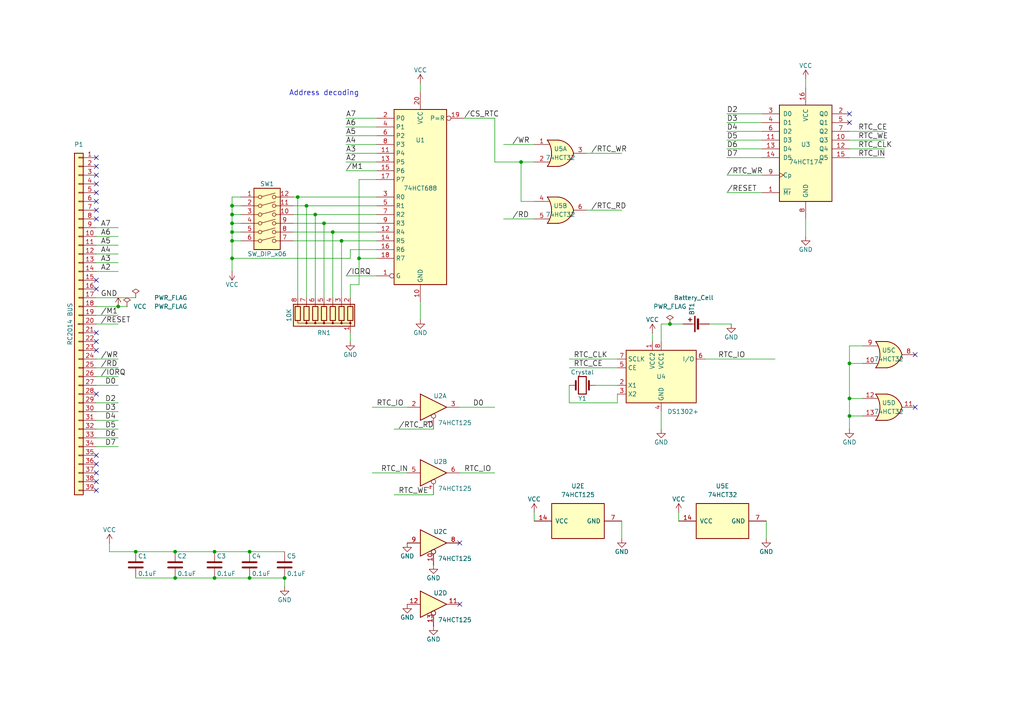
<source format=kicad_sch>
(kicad_sch (version 20231120) (generator "eeschema") (generator_version "8.0")
  (paper "A4")
  (title_block (title "RC2014 DS1302 RTC") (date "2022-10-18") (rev "2") (company "Ed Brindley"))
  (lib_symbols
    (symbol "74xx:74LS125" (pin_names (offset 1.016))
      (property "Reference" "U" (at 0 1.27 0))
      (property "Value" "74LS125" (at 0 -1.27 0))
      (symbol "74LS125_1_0"
        (polyline (pts (xy -3.81 3.81) (xy -3.81 -3.81) (xy 3.81 0) (xy -3.81 3.81)) (stroke (width 0.254)) (fill (type background)))
        (pin input inverted (at 0 -6.35 90) (length 4.445) (name "~") (number "1"))
        (pin input line (at -7.62 0 0) (length 3.81) (name "~") (number "2"))
        (pin tri_state line (at 7.62 0 180) (length 3.81) (name "~") (number "3"))
      )
      (symbol "74LS125_2_0"
        (polyline (pts (xy -3.81 3.81) (xy -3.81 -3.81) (xy 3.81 0) (xy -3.81 3.81)) (stroke (width 0.254)) (fill (type background)))
        (pin input inverted (at 0 -6.35 90) (length 4.445) (name "~") (number "4"))
        (pin input line (at -7.62 0 0) (length 3.81) (name "~") (number "5"))
        (pin tri_state line (at 7.62 0 180) (length 3.81) (name "~") (number "6"))
      )
      (symbol "74LS125_3_0"
        (polyline (pts (xy -3.81 3.81) (xy -3.81 -3.81) (xy 3.81 0) (xy -3.81 3.81)) (stroke (width 0.254)) (fill (type background)))
        (pin input inverted (at 0 -6.35 90) (length 4.445) (name "~") (number "10"))
        (pin tri_state line (at 7.62 0 180) (length 3.81) (name "~") (number "8"))
        (pin input line (at -7.62 0 0) (length 3.81) (name "~") (number "9"))
      )
      (symbol "74LS125_4_0"
        (polyline (pts (xy -3.81 3.81) (xy -3.81 -3.81) (xy 3.81 0) (xy -3.81 3.81)) (stroke (width 0.254)) (fill (type background)))
        (pin tri_state line (at 7.62 0 180) (length 3.81) (name "~") (number "11"))
        (pin input line (at -7.62 0 0) (length 3.81) (name "~") (number "12"))
        (pin input inverted (at 0 -6.35 90) (length 4.445) (name "~") (number "13"))
      )
      (symbol "74LS125_5_0"
        (pin power_in line (at 0 12.7 270) (length 5.08) (name "VCC") (number "14"))
        (pin power_in line (at 0 -12.7 90) (length 5.08) (name "GND") (number "7"))
      )
      (symbol "74LS125_5_1"
        (rectangle (start -5.08 7.62) (end 5.08 -7.62) (stroke (width 0.254)) (fill (type background)))
      )
    )
    (symbol "74xx:74LS174" (pin_names (offset 1.016))
      (property "Reference" "U" (at -7.62 13.97 0))
      (property "Value" "74LS174" (at -7.62 -16.51 0))
      (symbol "74LS174_1_0"
        (pin input line (at -12.7 -12.7 0) (length 5.08) (name "~{Mr}") (number "1"))
        (pin output line (at 12.7 2.54 180) (length 5.08) (name "Q3") (number "10"))
        (pin input line (at -12.7 2.54 0) (length 5.08) (name "D3") (number "11"))
        (pin output line (at 12.7 0 180) (length 5.08) (name "Q4") (number "12"))
        (pin input line (at -12.7 0 0) (length 5.08) (name "D4") (number "13"))
        (pin input line (at -12.7 -2.54 0) (length 5.08) (name "D5") (number "14"))
        (pin output line (at 12.7 -2.54 180) (length 5.08) (name "Q5") (number "15"))
        (pin power_in line (at 0 17.78 270) (length 5.08) (name "VCC") (number "16"))
        (pin output line (at 12.7 10.16 180) (length 5.08) (name "Q0") (number "2"))
        (pin input line (at -12.7 10.16 0) (length 5.08) (name "D0") (number "3"))
        (pin input line (at -12.7 7.62 0) (length 5.08) (name "D1") (number "4"))
        (pin output line (at 12.7 7.62 180) (length 5.08) (name "Q1") (number "5"))
        (pin input line (at -12.7 5.08 0) (length 5.08) (name "D2") (number "6"))
        (pin output line (at 12.7 5.08 180) (length 5.08) (name "Q2") (number "7"))
        (pin power_in line (at 0 -20.32 90) (length 5.08) (name "GND") (number "8"))
        (pin input clock (at -12.7 -7.62 0) (length 5.08) (name "Cp") (number "9"))
      )
      (symbol "74LS174_1_1"
        (rectangle (start -7.62 12.7) (end 7.62 -15.24) (stroke (width 0.254)) (fill (type background)))
      )
    )
    (symbol "74xx:74LS32" (pin_names (offset 1.016))
      (property "Reference" "U" (at 0 1.27 0))
      (property "Value" "74LS32" (at 0 -1.27 0))
      (symbol "74LS32_1_1"
        (arc (start -3.81 -3.81) (mid -2.589 0) (end -3.81 3.81) (stroke (width 0.254)))
        (arc (start -0.6096 -3.81) (mid 2.1842 -2.5851) (end 3.81 0) (stroke (width 0.254)) (fill (type background)))
        (polyline (pts (xy -3.81 -3.81) (xy -0.635 -3.81)) (stroke (width 0.254)) (fill (type background)))
        (polyline (pts (xy -3.81 3.81) (xy -0.635 3.81)) (stroke (width 0.254)) (fill (type background)))
        (polyline (pts (xy -0.635 3.81) (xy -3.81 3.81) (xy -3.81 3.81) (xy -3.556 3.4036) (xy -3.0226 2.2606) (xy -2.6924 1.0414) (xy -2.6162 -0.254) (xy -2.7686 -1.4986) (xy -3.175 -2.7178) (xy -3.81 -3.81) (xy -3.81 -3.81) (xy -0.635 -3.81)) (stroke (width -25.4)) (fill (type background)))
        (arc (start 3.81 0) (mid 2.1915 2.5936) (end -0.6096 3.81) (stroke (width 0.254)) (fill (type background)))
        (pin input line (at -7.62 2.54 0) (length 4.318) (name "~") (number "1"))
        (pin input line (at -7.62 -2.54 0) (length 4.318) (name "~") (number "2"))
        (pin output line (at 7.62 0 180) (length 3.81) (name "~") (number "3"))
      )
      (symbol "74LS32_1_2"
        (arc (start 0 -3.81) (mid 3.7934 0) (end 0 3.81) (stroke (width 0.254)) (fill (type background)))
        (polyline (pts (xy 0 3.81) (xy -3.81 3.81) (xy -3.81 -3.81) (xy 0 -3.81)) (stroke (width 0.254)) (fill (type background)))
        (pin input inverted (at -7.62 2.54 0) (length 3.81) (name "~") (number "1"))
        (pin input inverted (at -7.62 -2.54 0) (length 3.81) (name "~") (number "2"))
        (pin output inverted (at 7.62 0 180) (length 3.81) (name "~") (number "3"))
      )
      (symbol "74LS32_2_1"
        (arc (start -3.81 -3.81) (mid -2.589 0) (end -3.81 3.81) (stroke (width 0.254)))
        (arc (start -0.6096 -3.81) (mid 2.1842 -2.5851) (end 3.81 0) (stroke (width 0.254)) (fill (type background)))
        (polyline (pts (xy -3.81 -3.81) (xy -0.635 -3.81)) (stroke (width 0.254)) (fill (type background)))
        (polyline (pts (xy -3.81 3.81) (xy -0.635 3.81)) (stroke (width 0.254)) (fill (type background)))
        (polyline (pts (xy -0.635 3.81) (xy -3.81 3.81) (xy -3.81 3.81) (xy -3.556 3.4036) (xy -3.0226 2.2606) (xy -2.6924 1.0414) (xy -2.6162 -0.254) (xy -2.7686 -1.4986) (xy -3.175 -2.7178) (xy -3.81 -3.81) (xy -3.81 -3.81) (xy -0.635 -3.81)) (stroke (width -25.4)) (fill (type background)))
        (arc (start 3.81 0) (mid 2.1915 2.5936) (end -0.6096 3.81) (stroke (width 0.254)) (fill (type background)))
        (pin input line (at -7.62 2.54 0) (length 4.318) (name "~") (number "4"))
        (pin input line (at -7.62 -2.54 0) (length 4.318) (name "~") (number "5"))
        (pin output line (at 7.62 0 180) (length 3.81) (name "~") (number "6"))
      )
      (symbol "74LS32_2_2"
        (arc (start 0 -3.81) (mid 3.7934 0) (end 0 3.81) (stroke (width 0.254)) (fill (type background)))
        (polyline (pts (xy 0 3.81) (xy -3.81 3.81) (xy -3.81 -3.81) (xy 0 -3.81)) (stroke (width 0.254)) (fill (type background)))
        (pin input inverted (at -7.62 2.54 0) (length 3.81) (name "~") (number "4"))
        (pin input inverted (at -7.62 -2.54 0) (length 3.81) (name "~") (number "5"))
        (pin output inverted (at 7.62 0 180) (length 3.81) (name "~") (number "6"))
      )
      (symbol "74LS32_3_1"
        (arc (start -3.81 -3.81) (mid -2.589 0) (end -3.81 3.81) (stroke (width 0.254)))
        (arc (start -0.6096 -3.81) (mid 2.1842 -2.5851) (end 3.81 0) (stroke (width 0.254)) (fill (type background)))
        (polyline (pts (xy -3.81 -3.81) (xy -0.635 -3.81)) (stroke (width 0.254)) (fill (type background)))
        (polyline (pts (xy -3.81 3.81) (xy -0.635 3.81)) (stroke (width 0.254)) (fill (type background)))
        (polyline (pts (xy -0.635 3.81) (xy -3.81 3.81) (xy -3.81 3.81) (xy -3.556 3.4036) (xy -3.0226 2.2606) (xy -2.6924 1.0414) (xy -2.6162 -0.254) (xy -2.7686 -1.4986) (xy -3.175 -2.7178) (xy -3.81 -3.81) (xy -3.81 -3.81) (xy -0.635 -3.81)) (stroke (width -25.4)) (fill (type background)))
        (arc (start 3.81 0) (mid 2.1915 2.5936) (end -0.6096 3.81) (stroke (width 0.254)) (fill (type background)))
        (pin input line (at -7.62 -2.54 0) (length 4.318) (name "~") (number "10"))
        (pin output line (at 7.62 0 180) (length 3.81) (name "~") (number "8"))
        (pin input line (at -7.62 2.54 0) (length 4.318) (name "~") (number "9"))
      )
      (symbol "74LS32_3_2"
        (arc (start 0 -3.81) (mid 3.7934 0) (end 0 3.81) (stroke (width 0.254)) (fill (type background)))
        (polyline (pts (xy 0 3.81) (xy -3.81 3.81) (xy -3.81 -3.81) (xy 0 -3.81)) (stroke (width 0.254)) (fill (type background)))
        (pin input inverted (at -7.62 -2.54 0) (length 3.81) (name "~") (number "10"))
        (pin output inverted (at 7.62 0 180) (length 3.81) (name "~") (number "8"))
        (pin input inverted (at -7.62 2.54 0) (length 3.81) (name "~") (number "9"))
      )
      (symbol "74LS32_4_1"
        (arc (start -3.81 -3.81) (mid -2.589 0) (end -3.81 3.81) (stroke (width 0.254)))
        (arc (start -0.6096 -3.81) (mid 2.1842 -2.5851) (end 3.81 0) (stroke (width 0.254)) (fill (type background)))
        (polyline (pts (xy -3.81 -3.81) (xy -0.635 -3.81)) (stroke (width 0.254)) (fill (type background)))
        (polyline (pts (xy -3.81 3.81) (xy -0.635 3.81)) (stroke (width 0.254)) (fill (type background)))
        (polyline (pts (xy -0.635 3.81) (xy -3.81 3.81) (xy -3.81 3.81) (xy -3.556 3.4036) (xy -3.0226 2.2606) (xy -2.6924 1.0414) (xy -2.6162 -0.254) (xy -2.7686 -1.4986) (xy -3.175 -2.7178) (xy -3.81 -3.81) (xy -3.81 -3.81) (xy -0.635 -3.81)) (stroke (width -25.4)) (fill (type background)))
        (arc (start 3.81 0) (mid 2.1915 2.5936) (end -0.6096 3.81) (stroke (width 0.254)) (fill (type background)))
        (pin output line (at 7.62 0 180) (length 3.81) (name "~") (number "11"))
        (pin input line (at -7.62 2.54 0) (length 4.318) (name "~") (number "12"))
        (pin input line (at -7.62 -2.54 0) (length 4.318) (name "~") (number "13"))
      )
      (symbol "74LS32_4_2"
        (arc (start 0 -3.81) (mid 3.7934 0) (end 0 3.81) (stroke (width 0.254)) (fill (type background)))
        (polyline (pts (xy 0 3.81) (xy -3.81 3.81) (xy -3.81 -3.81) (xy 0 -3.81)) (stroke (width 0.254)) (fill (type background)))
        (pin output inverted (at 7.62 0 180) (length 3.81) (name "~") (number "11"))
        (pin input inverted (at -7.62 2.54 0) (length 3.81) (name "~") (number "12"))
        (pin input inverted (at -7.62 -2.54 0) (length 3.81) (name "~") (number "13"))
      )
      (symbol "74LS32_5_0"
        (pin power_in line (at 0 12.7 270) (length 5.08) (name "VCC") (number "14"))
        (pin power_in line (at 0 -12.7 90) (length 5.08) (name "GND") (number "7"))
      )
      (symbol "74LS32_5_1"
        (rectangle (start -5.08 7.62) (end 5.08 -7.62) (stroke (width 0.254)) (fill (type background)))
      )
    )
    (symbol "74xx:74LS688"
      (property "Reference" "U" (at -7.62 26.67 0))
      (property "Value" "74LS688" (at -7.62 -26.67 0))
      (symbol "74LS688_1_0"
        (pin input inverted (at -12.7 -22.86 0) (length 5.08) (name "G") (number "1"))
        (pin power_in line (at 0 -30.48 90) (length 5.08) (name "GND") (number "10"))
        (pin input line (at -12.7 12.7 0) (length 5.08) (name "P4") (number "11"))
        (pin input line (at -12.7 -10.16 0) (length 5.08) (name "R4") (number "12"))
        (pin input line (at -12.7 10.16 0) (length 5.08) (name "P5") (number "13"))
        (pin input line (at -12.7 -12.7 0) (length 5.08) (name "R5") (number "14"))
        (pin input line (at -12.7 7.62 0) (length 5.08) (name "P6") (number "15"))
        (pin input line (at -12.7 -15.24 0) (length 5.08) (name "R6") (number "16"))
        (pin input line (at -12.7 5.08 0) (length 5.08) (name "P7") (number "17"))
        (pin input line (at -12.7 -17.78 0) (length 5.08) (name "R7") (number "18"))
        (pin output inverted (at 12.7 22.86 180) (length 5.08) (name "P=R") (number "19"))
        (pin input line (at -12.7 22.86 0) (length 5.08) (name "P0") (number "2"))
        (pin power_in line (at 0 30.48 270) (length 5.08) (name "VCC") (number "20"))
        (pin input line (at -12.7 0 0) (length 5.08) (name "R0") (number "3"))
        (pin input line (at -12.7 20.32 0) (length 5.08) (name "P1") (number "4"))
        (pin input line (at -12.7 -2.54 0) (length 5.08) (name "R1") (number "5"))
        (pin input line (at -12.7 17.78 0) (length 5.08) (name "P2") (number "6"))
        (pin input line (at -12.7 -5.08 0) (length 5.08) (name "R2") (number "7"))
        (pin input line (at -12.7 15.24 0) (length 5.08) (name "P3") (number "8"))
        (pin input line (at -12.7 -7.62 0) (length 5.08) (name "R3") (number "9"))
      )
      (symbol "74LS688_1_1"
        (rectangle (start -7.62 25.4) (end 7.62 -25.4) (stroke (width 0.254)) (fill (type background)))
      )
    )
    (symbol "Connector_Generic:Conn_01x39" (pin_names (offset 1.016) hide)
      (property "Reference" "J" (at 0 50.8 0))
      (property "Value" "Conn_01x39" (at 0 -50.8 0))
      (symbol "Conn_01x39_1_1"
        (rectangle (start -1.27 -48.133) (end 0 -48.387) (stroke (width 0.1524)))
        (rectangle (start -1.27 -45.593) (end 0 -45.847) (stroke (width 0.1524)))
        (rectangle (start -1.27 -43.053) (end 0 -43.307) (stroke (width 0.1524)))
        (rectangle (start -1.27 -40.513) (end 0 -40.767) (stroke (width 0.1524)))
        (rectangle (start -1.27 -37.973) (end 0 -38.227) (stroke (width 0.1524)))
        (rectangle (start -1.27 -35.433) (end 0 -35.687) (stroke (width 0.1524)))
        (rectangle (start -1.27 -32.893) (end 0 -33.147) (stroke (width 0.1524)))
        (rectangle (start -1.27 -30.353) (end 0 -30.607) (stroke (width 0.1524)))
        (rectangle (start -1.27 -27.813) (end 0 -28.067) (stroke (width 0.1524)))
        (rectangle (start -1.27 -25.273) (end 0 -25.527) (stroke (width 0.1524)))
        (rectangle (start -1.27 -22.733) (end 0 -22.987) (stroke (width 0.1524)))
        (rectangle (start -1.27 -20.193) (end 0 -20.447) (stroke (width 0.1524)))
        (rectangle (start -1.27 -17.653) (end 0 -17.907) (stroke (width 0.1524)))
        (rectangle (start -1.27 -15.113) (end 0 -15.367) (stroke (width 0.1524)))
        (rectangle (start -1.27 -12.573) (end 0 -12.827) (stroke (width 0.1524)))
        (rectangle (start -1.27 -10.033) (end 0 -10.287) (stroke (width 0.1524)))
        (rectangle (start -1.27 -7.493) (end 0 -7.747) (stroke (width 0.1524)))
        (rectangle (start -1.27 -4.953) (end 0 -5.207) (stroke (width 0.1524)))
        (rectangle (start -1.27 -2.413) (end 0 -2.667) (stroke (width 0.1524)))
        (rectangle (start -1.27 0.127) (end 0 -0.127) (stroke (width 0.1524)))
        (rectangle (start -1.27 2.667) (end 0 2.413) (stroke (width 0.1524)))
        (rectangle (start -1.27 5.207) (end 0 4.953) (stroke (width 0.1524)))
        (rectangle (start -1.27 7.747) (end 0 7.493) (stroke (width 0.1524)))
        (rectangle (start -1.27 10.287) (end 0 10.033) (stroke (width 0.1524)))
        (rectangle (start -1.27 12.827) (end 0 12.573) (stroke (width 0.1524)))
        (rectangle (start -1.27 15.367) (end 0 15.113) (stroke (width 0.1524)))
        (rectangle (start -1.27 17.907) (end 0 17.653) (stroke (width 0.1524)))
        (rectangle (start -1.27 20.447) (end 0 20.193) (stroke (width 0.1524)))
        (rectangle (start -1.27 22.987) (end 0 22.733) (stroke (width 0.1524)))
        (rectangle (start -1.27 25.527) (end 0 25.273) (stroke (width 0.1524)))
        (rectangle (start -1.27 28.067) (end 0 27.813) (stroke (width 0.1524)))
        (rectangle (start -1.27 30.607) (end 0 30.353) (stroke (width 0.1524)))
        (rectangle (start -1.27 33.147) (end 0 32.893) (stroke (width 0.1524)))
        (rectangle (start -1.27 35.687) (end 0 35.433) (stroke (width 0.1524)))
        (rectangle (start -1.27 38.227) (end 0 37.973) (stroke (width 0.1524)))
        (rectangle (start -1.27 40.767) (end 0 40.513) (stroke (width 0.1524)))
        (rectangle (start -1.27 43.307) (end 0 43.053) (stroke (width 0.1524)))
        (rectangle (start -1.27 45.847) (end 0 45.593) (stroke (width 0.1524)))
        (rectangle (start -1.27 48.387) (end 0 48.133) (stroke (width 0.1524)))
        (rectangle (start -1.27 49.53) (end 1.27 -49.53) (stroke (width 0.254)) (fill (type background)))
        (pin passive line (at -5.08 48.26 0) (length 3.81) (name "Pin_1") (number "1"))
        (pin passive line (at -5.08 25.4 0) (length 3.81) (name "Pin_10") (number "10"))
        (pin passive line (at -5.08 22.86 0) (length 3.81) (name "Pin_11") (number "11"))
        (pin passive line (at -5.08 20.32 0) (length 3.81) (name "Pin_12") (number "12"))
        (pin passive line (at -5.08 17.78 0) (length 3.81) (name "Pin_13") (number "13"))
        (pin passive line (at -5.08 15.24 0) (length 3.81) (name "Pin_14") (number "14"))
        (pin passive line (at -5.08 12.7 0) (length 3.81) (name "Pin_15") (number "15"))
        (pin passive line (at -5.08 10.16 0) (length 3.81) (name "Pin_16") (number "16"))
        (pin passive line (at -5.08 7.62 0) (length 3.81) (name "Pin_17") (number "17"))
        (pin passive line (at -5.08 5.08 0) (length 3.81) (name "Pin_18") (number "18"))
        (pin passive line (at -5.08 2.54 0) (length 3.81) (name "Pin_19") (number "19"))
        (pin passive line (at -5.08 45.72 0) (length 3.81) (name "Pin_2") (number "2"))
        (pin passive line (at -5.08 0 0) (length 3.81) (name "Pin_20") (number "20"))
        (pin passive line (at -5.08 -2.54 0) (length 3.81) (name "Pin_21") (number "21"))
        (pin passive line (at -5.08 -5.08 0) (length 3.81) (name "Pin_22") (number "22"))
        (pin passive line (at -5.08 -7.62 0) (length 3.81) (name "Pin_23") (number "23"))
        (pin passive line (at -5.08 -10.16 0) (length 3.81) (name "Pin_24") (number "24"))
        (pin passive line (at -5.08 -12.7 0) (length 3.81) (name "Pin_25") (number "25"))
        (pin passive line (at -5.08 -15.24 0) (length 3.81) (name "Pin_26") (number "26"))
        (pin passive line (at -5.08 -17.78 0) (length 3.81) (name "Pin_27") (number "27"))
        (pin passive line (at -5.08 -20.32 0) (length 3.81) (name "Pin_28") (number "28"))
        (pin passive line (at -5.08 -22.86 0) (length 3.81) (name "Pin_29") (number "29"))
        (pin passive line (at -5.08 43.18 0) (length 3.81) (name "Pin_3") (number "3"))
        (pin passive line (at -5.08 -25.4 0) (length 3.81) (name "Pin_30") (number "30"))
        (pin passive line (at -5.08 -27.94 0) (length 3.81) (name "Pin_31") (number "31"))
        (pin passive line (at -5.08 -30.48 0) (length 3.81) (name "Pin_32") (number "32"))
        (pin passive line (at -5.08 -33.02 0) (length 3.81) (name "Pin_33") (number "33"))
        (pin passive line (at -5.08 -35.56 0) (length 3.81) (name "Pin_34") (number "34"))
        (pin passive line (at -5.08 -38.1 0) (length 3.81) (name "Pin_35") (number "35"))
        (pin passive line (at -5.08 -40.64 0) (length 3.81) (name "Pin_36") (number "36"))
        (pin passive line (at -5.08 -43.18 0) (length 3.81) (name "Pin_37") (number "37"))
        (pin passive line (at -5.08 -45.72 0) (length 3.81) (name "Pin_38") (number "38"))
        (pin passive line (at -5.08 -48.26 0) (length 3.81) (name "Pin_39") (number "39"))
        (pin passive line (at -5.08 40.64 0) (length 3.81) (name "Pin_4") (number "4"))
        (pin passive line (at -5.08 38.1 0) (length 3.81) (name "Pin_5") (number "5"))
        (pin passive line (at -5.08 35.56 0) (length 3.81) (name "Pin_6") (number "6"))
        (pin passive line (at -5.08 33.02 0) (length 3.81) (name "Pin_7") (number "7"))
        (pin passive line (at -5.08 30.48 0) (length 3.81) (name "Pin_8") (number "8"))
        (pin passive line (at -5.08 27.94 0) (length 3.81) (name "Pin_9") (number "9"))
      )
    )
    (symbol "Device:Battery_Cell" (pin_numbers hide) (pin_names (offset 0) hide)
      (property "Reference" "BT" (at 2.54 2.54 0))
      (property "Value" "Battery_Cell" (at 2.54 0 0))
      (symbol "Battery_Cell_0_1"
        (rectangle (start -2.286 1.778) (end 2.286 1.524) (fill (type outline)))
        (rectangle (start -1.524 1.016) (end 1.524 0.508) (fill (type outline)))
        (polyline (pts (xy 0 0.762) (xy 0 0)))
        (polyline (pts (xy 0 1.778) (xy 0 2.54)))
        (polyline (pts (xy 0.762 3.048) (xy 1.778 3.048)) (stroke (width 0.254)))
        (polyline (pts (xy 1.27 3.556) (xy 1.27 2.54)) (stroke (width 0.254)))
      )
      (symbol "Battery_Cell_1_1"
        (pin passive line (at 0 5.08 270) (length 2.54) (name "+") (number "1"))
        (pin passive line (at 0 -2.54 90) (length 2.54) (name "-") (number "2"))
      )
    )
    (symbol "Device:C" (pin_numbers hide) (pin_names (offset 0.254))
      (property "Reference" "C" (at 0.635 2.54 0))
      (property "Value" "C" (at 0.635 -2.54 0))
      (symbol "C_0_1"
        (polyline (pts (xy -2.032 -0.762) (xy 2.032 -0.762)) (stroke (width 0.508)))
        (polyline (pts (xy -2.032 0.762) (xy 2.032 0.762)) (stroke (width 0.508)))
      )
      (symbol "C_1_1"
        (pin passive line (at 0 3.81 270) (length 2.794) (name "~") (number "1"))
        (pin passive line (at 0 -3.81 90) (length 2.794) (name "~") (number "2"))
      )
    )
    (symbol "Device:Crystal" (pin_numbers hide) (pin_names (offset 1.016) hide)
      (property "Reference" "Y" (at 0 3.81 0))
      (property "Value" "Crystal" (at 0 -3.81 0))
      (symbol "Crystal_0_1"
        (rectangle (start -1.143 2.54) (end 1.143 -2.54) (stroke (width 0.3048)))
        (polyline (pts (xy -2.54 0) (xy -1.905 0)))
        (polyline (pts (xy -1.905 -1.27) (xy -1.905 1.27)) (stroke (width 0.508)))
        (polyline (pts (xy 1.905 -1.27) (xy 1.905 1.27)) (stroke (width 0.508)))
        (polyline (pts (xy 2.54 0) (xy 1.905 0)))
      )
      (symbol "Crystal_1_1"
        (pin passive line (at -3.81 0 0) (length 1.27) (name "1") (number "1"))
        (pin passive line (at 3.81 0 180) (length 1.27) (name "2") (number "2"))
      )
    )
    (symbol "Device:R_Network07" (pin_names (offset 0) hide)
      (property "Reference" "RN" (at -10.16 0 90))
      (property "Value" "R_Network07" (at 10.16 0 90))
      (symbol "R_Network07_0_1"
        (rectangle (start -8.89 -3.175) (end 8.89 3.175) (stroke (width 0.254)) (fill (type background)))
        (rectangle (start -8.382 1.524) (end -6.858 -2.54) (stroke (width 0.254)))
        (circle (center -7.62 2.286) (radius 0.254) (fill (type outline)))
        (rectangle (start -5.842 1.524) (end -4.318 -2.54) (stroke (width 0.254)))
        (circle (center -5.08 2.286) (radius 0.254) (fill (type outline)))
        (rectangle (start -3.302 1.524) (end -1.778 -2.54) (stroke (width 0.254)))
        (circle (center -2.54 2.286) (radius 0.254) (fill (type outline)))
        (rectangle (start -0.762 1.524) (end 0.762 -2.54) (stroke (width 0.254)))
        (polyline (pts (xy -7.62 -2.54) (xy -7.62 -3.81)))
        (polyline (pts (xy -5.08 -2.54) (xy -5.08 -3.81)))
        (polyline (pts (xy -2.54 -2.54) (xy -2.54 -3.81)))
        (polyline (pts (xy 0 -2.54) (xy 0 -3.81)))
        (polyline (pts (xy 2.54 -2.54) (xy 2.54 -3.81)))
        (polyline (pts (xy 5.08 -2.54) (xy 5.08 -3.81)))
        (polyline (pts (xy 7.62 -2.54) (xy 7.62 -3.81)))
        (polyline (pts (xy -7.62 1.524) (xy -7.62 2.286) (xy -5.08 2.286) (xy -5.08 1.524)))
        (polyline (pts (xy -5.08 1.524) (xy -5.08 2.286) (xy -2.54 2.286) (xy -2.54 1.524)))
        (polyline (pts (xy -2.54 1.524) (xy -2.54 2.286) (xy 0 2.286) (xy 0 1.524)))
        (polyline (pts (xy 0 1.524) (xy 0 2.286) (xy 2.54 2.286) (xy 2.54 1.524)))
        (polyline (pts (xy 2.54 1.524) (xy 2.54 2.286) (xy 5.08 2.286) (xy 5.08 1.524)))
        (polyline (pts (xy 5.08 1.524) (xy 5.08 2.286) (xy 7.62 2.286) (xy 7.62 1.524)))
        (circle (center 0 2.286) (radius 0.254) (fill (type outline)))
        (rectangle (start 1.778 1.524) (end 3.302 -2.54) (stroke (width 0.254)))
        (circle (center 2.54 2.286) (radius 0.254) (fill (type outline)))
        (rectangle (start 4.318 1.524) (end 5.842 -2.54) (stroke (width 0.254)))
        (circle (center 5.08 2.286) (radius 0.254) (fill (type outline)))
        (rectangle (start 6.858 1.524) (end 8.382 -2.54) (stroke (width 0.254)))
      )
      (symbol "R_Network07_1_1"
        (pin passive line (at -7.62 5.08 270) (length 2.54) (name "common") (number "1"))
        (pin passive line (at -7.62 -5.08 90) (length 1.27) (name "R1") (number "2"))
        (pin passive line (at -5.08 -5.08 90) (length 1.27) (name "R2") (number "3"))
        (pin passive line (at -2.54 -5.08 90) (length 1.27) (name "R3") (number "4"))
        (pin passive line (at 0 -5.08 90) (length 1.27) (name "R4") (number "5"))
        (pin passive line (at 2.54 -5.08 90) (length 1.27) (name "R5") (number "6"))
        (pin passive line (at 5.08 -5.08 90) (length 1.27) (name "R6") (number "7"))
        (pin passive line (at 7.62 -5.08 90) (length 1.27) (name "R7") (number "8"))
      )
    )
    (symbol "Switch:SW_DIP_x06" (pin_names (offset 0) hide)
      (property "Reference" "SW" (at 0 11.43 0))
      (property "Value" "SW_DIP_x06" (at 0 -8.89 0))
      (symbol "SW_DIP_x06_0_0"
        (circle (center -2.032 -5.08) (radius 0.508))
        (circle (center -2.032 -2.54) (radius 0.508))
        (circle (center -2.032 0) (radius 0.508))
        (circle (center -2.032 2.54) (radius 0.508))
        (circle (center -2.032 5.08) (radius 0.508))
        (circle (center -2.032 7.62) (radius 0.508))
        (polyline (pts (xy -1.524 -4.9276) (xy 2.3622 -3.8862)))
        (polyline (pts (xy -1.524 -2.3876) (xy 2.3622 -1.3462)))
        (polyline (pts (xy -1.524 0.127) (xy 2.3622 1.1684)))
        (polyline (pts (xy -1.524 2.667) (xy 2.3622 3.7084)))
        (polyline (pts (xy -1.524 5.207) (xy 2.3622 6.2484)))
        (polyline (pts (xy -1.524 7.747) (xy 2.3622 8.7884)))
        (circle (center 2.032 -5.08) (radius 0.508))
        (circle (center 2.032 -2.54) (radius 0.508))
        (circle (center 2.032 0) (radius 0.508))
        (circle (center 2.032 2.54) (radius 0.508))
        (circle (center 2.032 5.08) (radius 0.508))
        (circle (center 2.032 7.62) (radius 0.508))
      )
      (symbol "SW_DIP_x06_0_1"
        (rectangle (start -3.81 10.16) (end 3.81 -7.62) (stroke (width 0.254)) (fill (type background)))
      )
      (symbol "SW_DIP_x06_1_1"
        (pin passive line (at -7.62 7.62 0) (length 5.08) (name "~") (number "1"))
        (pin passive line (at 7.62 2.54 180) (length 5.08) (name "~") (number "10"))
        (pin passive line (at 7.62 5.08 180) (length 5.08) (name "~") (number "11"))
        (pin passive line (at 7.62 7.62 180) (length 5.08) (name "~") (number "12"))
        (pin passive line (at -7.62 5.08 0) (length 5.08) (name "~") (number "2"))
        (pin passive line (at -7.62 2.54 0) (length 5.08) (name "~") (number "3"))
        (pin passive line (at -7.62 0 0) (length 5.08) (name "~") (number "4"))
        (pin passive line (at -7.62 -2.54 0) (length 5.08) (name "~") (number "5"))
        (pin passive line (at -7.62 -5.08 0) (length 5.08) (name "~") (number "6"))
        (pin passive line (at 7.62 -5.08 180) (length 5.08) (name "~") (number "7"))
        (pin passive line (at 7.62 -2.54 180) (length 5.08) (name "~") (number "8"))
        (pin passive line (at 7.62 0 180) (length 5.08) (name "~") (number "9"))
      )
    )
    (symbol "Timer_RTC:DS1302+"
      (property "Reference" "U" (at -8.89 8.89 0))
      (property "Value" "DS1302+" (at 6.35 8.89 0))
      (symbol "DS1302+_1_1"
        (rectangle (start -10.16 7.62) (end 10.16 -7.62) (stroke (width 0.254)) (fill (type background)))
        (pin power_in line (at -2.54 10.16 270) (length 2.54) (name "VCC2") (number "1"))
        (pin input line (at -12.7 -2.54 0) (length 2.54) (name "X1") (number "2"))
        (pin input line (at -12.7 -5.08 0) (length 2.54) (name "X2") (number "3"))
        (pin power_in line (at 0 -10.16 90) (length 2.54) (name "GND") (number "4"))
        (pin input line (at -12.7 2.54 0) (length 2.54) (name "CE") (number "5"))
        (pin bidirectional line (at 12.7 5.08 180) (length 2.54) (name "I/O") (number "6"))
        (pin input line (at -12.7 5.08 0) (length 2.54) (name "SCLK") (number "7"))
        (pin power_in line (at 0 10.16 270) (length 2.54) (name "VCC1") (number "8"))
      )
    )
    (symbol "power:GND" (power) (pin_numbers hide) (pin_names (offset 0) hide)
      (property "Value" "GND" (at 0 -3.81 0))
      (symbol "GND_0_1"
        (polyline (pts (xy 0 0) (xy 0 -1.27) (xy 1.27 -1.27) (xy 0 -2.54) (xy -1.27 -1.27) (xy 0 -1.27)))
      )
      (symbol "GND_1_1"
        (pin power_in line (at 0 0 270) (length 0) (name "~") (number "1"))
      )
    )
    (symbol "power:PWR_FLAG" (power) (pin_numbers hide) (pin_names (offset 0) hide)
      (property "Value" "PWR_FLAG" (at 0 3.81 0))
      (symbol "PWR_FLAG_0_0"
        (pin power_out line (at 0 0 90) (length 0) (name "~") (number "1"))
      )
      (symbol "PWR_FLAG_0_1"
        (polyline (pts (xy 0 0) (xy 0 1.27) (xy -1.016 1.905) (xy 0 2.54) (xy 1.016 1.905) (xy 0 1.27)))
      )
    )
    (symbol "power:VCC" (power) (pin_numbers hide) (pin_names (offset 0) hide)
      (property "Value" "VCC" (at 0 3.556 0))
      (symbol "VCC_0_1"
        (polyline (pts (xy -0.762 1.27) (xy 0 2.54)))
        (polyline (pts (xy 0 0) (xy 0 2.54)))
        (polyline (pts (xy 0 2.54) (xy 0.762 1.27)))
      )
      (symbol "VCC_1_1"
        (pin power_in line (at 0 0 90) (length 0) (name "~") (number "1"))
      )
    )
  )
  (junction (at 50.8 160.02))
  (junction (at 246.38 105.41))
  (junction (at 99.06 69.85))
  (junction (at 62.23 167.64))
  (junction (at 34.29 88.9))
  (junction (at 151.13 46.99))
  (junction (at 67.31 62.23))
  (junction (at 67.31 59.69))
  (junction (at 93.98 64.77))
  (junction (at 246.38 115.57))
  (junction (at 96.52 67.31))
  (junction (at 86.36 57.15))
  (junction (at 62.23 160.02))
  (junction (at 72.39 167.64))
  (junction (at 91.44 62.23))
  (junction (at 72.39 160.02))
  (junction (at 67.31 69.85))
  (junction (at 67.31 74.93))
  (junction (at 246.38 120.65))
  (junction (at 67.31 67.31))
  (junction (at 82.55 167.64))
  (junction (at 194.31 93.98))
  (junction (at 88.9 59.69))
  (junction (at 104.14 74.93))
  (junction (at 39.37 160.02))
  (junction (at 50.8 167.64))
  (junction (at 67.31 64.77))
  (no_connect (at 27.94 50.8))
  (no_connect (at 265.43 102.87))
  (no_connect (at 27.94 83.82))
  (no_connect (at 133.35 157.48))
  (no_connect (at 27.94 55.88))
  (no_connect (at 27.94 134.62))
  (no_connect (at 27.94 139.7))
  (no_connect (at 246.38 33.02))
  (no_connect (at 265.43 118.11))
  (no_connect (at 27.94 142.24))
  (no_connect (at 27.94 114.3))
  (no_connect (at 27.94 81.28))
  (no_connect (at 133.35 175.26))
  (no_connect (at 27.94 137.16))
  (no_connect (at 27.94 45.72))
  (no_connect (at 27.94 58.42))
  (no_connect (at 27.94 53.34))
  (no_connect (at 27.94 101.6))
  (no_connect (at 27.94 48.26))
  (no_connect (at 27.94 96.52))
  (no_connect (at 27.94 60.96))
  (no_connect (at 27.94 63.5))
  (no_connect (at 27.94 132.08))
  (no_connect (at 246.38 35.56))
  (no_connect (at 27.94 99.06))
  (wire (pts (xy 165.1 111.76) (xy 165.1 116.84)))
  (wire (pts (xy 104.14 74.93) (xy 109.22 74.93)))
  (wire (pts (xy 85.09 67.31) (xy 96.52 67.31)))
  (wire (pts (xy 189.23 96.52) (xy 189.23 99.06)))
  (wire (pts (xy 121.92 24.13) (xy 121.92 26.67)))
  (wire (pts (xy 27.94 76.2) (xy 34.29 76.2)))
  (wire (pts (xy 50.8 160.02) (xy 62.23 160.02)))
  (wire (pts (xy 85.09 64.77) (xy 93.98 64.77)))
  (wire (pts (xy 27.94 73.66) (xy 34.29 73.66)))
  (wire (pts (xy 67.31 67.31) (xy 67.31 69.85)))
  (wire (pts (xy 72.39 167.64) (xy 82.55 167.64)))
  (wire (pts (xy 67.31 64.77) (xy 69.85 64.77)))
  (wire (pts (xy 246.38 43.18) (xy 256.54 43.18)))
  (wire (pts (xy 180.34 151.13) (xy 180.34 156.21)))
  (wire (pts (xy 233.68 63.5) (xy 233.68 68.58)))
  (wire (pts (xy 101.6 96.52) (xy 101.6 99.06)))
  (wire (pts (xy 191.77 93.98) (xy 191.77 99.06)))
  (wire (pts (xy 196.85 148.59) (xy 196.85 151.13)))
  (wire (pts (xy 220.98 33.02) (xy 210.82 33.02)))
  (wire (pts (xy 96.52 86.36) (xy 96.52 67.31)))
  (wire (pts (xy 27.94 121.92) (xy 34.29 121.92)))
  (wire (pts (xy 101.6 72.39) (xy 101.6 74.93)))
  (wire (pts (xy 27.94 111.76) (xy 34.29 111.76)))
  (wire (pts (xy 67.31 67.31) (xy 69.85 67.31)))
  (wire (pts (xy 67.31 64.77) (xy 67.31 67.31)))
  (wire (pts (xy 67.31 57.15) (xy 67.31 59.69)))
  (wire (pts (xy 154.94 148.59) (xy 154.94 151.13)))
  (wire (pts (xy 220.98 45.72) (xy 210.82 45.72)))
  (wire (pts (xy 62.23 160.02) (xy 72.39 160.02)))
  (wire (pts (xy 250.19 105.41) (xy 246.38 105.41)))
  (wire (pts (xy 246.38 100.33) (xy 246.38 105.41)))
  (wire (pts (xy 85.09 62.23) (xy 91.44 62.23)))
  (wire (pts (xy 67.31 74.93) (xy 67.31 78.74)))
  (wire (pts (xy 88.9 59.69) (xy 109.22 59.69)))
  (wire (pts (xy 109.22 46.99) (xy 100.33 46.99)))
  (wire (pts (xy 104.14 74.93) (xy 104.14 82.55)))
  (wire (pts (xy 170.18 44.45) (xy 180.34 44.45)))
  (wire (pts (xy 154.94 41.91) (xy 146.05 41.91)))
  (wire (pts (xy 101.6 82.55) (xy 101.6 86.36)))
  (wire (pts (xy 170.18 60.96) (xy 180.34 60.96)))
  (wire (pts (xy 133.35 118.11) (xy 143.51 118.11)))
  (wire (pts (xy 134.62 34.29) (xy 143.51 34.29)))
  (wire (pts (xy 109.22 39.37) (xy 100.33 39.37)))
  (wire (pts (xy 107.95 137.16) (xy 118.11 137.16)))
  (wire (pts (xy 198.12 93.98) (xy 194.31 93.98)))
  (wire (pts (xy 27.94 68.58) (xy 34.29 68.58)))
  (wire (pts (xy 27.94 71.12) (xy 34.29 71.12)))
  (wire (pts (xy 27.94 119.38) (xy 34.29 119.38)))
  (wire (pts (xy 107.95 118.11) (xy 118.11 118.11)))
  (wire (pts (xy 67.31 59.69) (xy 67.31 62.23)))
  (wire (pts (xy 27.94 66.04) (xy 34.29 66.04)))
  (wire (pts (xy 31.75 160.02) (xy 39.37 160.02)))
  (wire (pts (xy 101.6 74.93) (xy 67.31 74.93)))
  (wire (pts (xy 191.77 119.38) (xy 191.77 124.46)))
  (wire (pts (xy 204.47 104.14) (xy 224.79 104.14)))
  (wire (pts (xy 125.73 124.46) (xy 114.3 124.46)))
  (wire (pts (xy 109.22 44.45) (xy 100.33 44.45)))
  (wire (pts (xy 85.09 69.85) (xy 99.06 69.85)))
  (wire (pts (xy 82.55 167.64) (xy 82.55 170.18)))
  (wire (pts (xy 91.44 62.23) (xy 109.22 62.23)))
  (wire (pts (xy 246.38 120.65) (xy 246.38 124.46)))
  (wire (pts (xy 67.31 69.85) (xy 69.85 69.85)))
  (wire (pts (xy 109.22 34.29) (xy 100.33 34.29)))
  (wire (pts (xy 220.98 43.18) (xy 210.82 43.18)))
  (wire (pts (xy 67.31 69.85) (xy 67.31 74.93)))
  (wire (pts (xy 93.98 64.77) (xy 109.22 64.77)))
  (wire (pts (xy 39.37 160.02) (xy 50.8 160.02)))
  (wire (pts (xy 205.74 93.98) (xy 212.09 93.98)))
  (wire (pts (xy 27.94 78.74) (xy 34.29 78.74)))
  (wire (pts (xy 220.98 40.64) (xy 210.82 40.64)))
  (wire (pts (xy 27.94 106.68) (xy 34.29 106.68)))
  (wire (pts (xy 104.14 52.07) (xy 104.14 74.93)))
  (wire (pts (xy 143.51 34.29) (xy 143.51 46.99)))
  (wire (pts (xy 27.94 116.84) (xy 34.29 116.84)))
  (wire (pts (xy 246.38 40.64) (xy 256.54 40.64)))
  (wire (pts (xy 125.73 143.51) (xy 114.3 143.51)))
  (wire (pts (xy 250.19 100.33) (xy 246.38 100.33)))
  (wire (pts (xy 31.75 160.02) (xy 31.75 157.48)))
  (wire (pts (xy 179.07 106.68) (xy 165.1 106.68)))
  (wire (pts (xy 179.07 104.14) (xy 165.1 104.14)))
  (wire (pts (xy 27.94 88.9) (xy 34.29 88.9)))
  (wire (pts (xy 220.98 38.1) (xy 210.82 38.1)))
  (wire (pts (xy 39.37 167.64) (xy 50.8 167.64)))
  (wire (pts (xy 179.07 111.76) (xy 172.72 111.76)))
  (wire (pts (xy 85.09 57.15) (xy 86.36 57.15)))
  (wire (pts (xy 34.29 88.9) (xy 36.83 88.9)))
  (wire (pts (xy 109.22 49.53) (xy 100.33 49.53)))
  (wire (pts (xy 104.14 82.55) (xy 101.6 82.55)))
  (wire (pts (xy 93.98 86.36) (xy 93.98 64.77)))
  (wire (pts (xy 165.1 116.84) (xy 179.07 116.84)))
  (wire (pts (xy 121.92 87.63) (xy 121.92 92.71)))
  (wire (pts (xy 27.94 124.46) (xy 34.29 124.46)))
  (wire (pts (xy 154.94 58.42) (xy 151.13 58.42)))
  (wire (pts (xy 27.94 91.44) (xy 34.29 91.44)))
  (wire (pts (xy 246.38 115.57) (xy 246.38 120.65)))
  (wire (pts (xy 86.36 86.36) (xy 86.36 57.15)))
  (wire (pts (xy 109.22 36.83) (xy 100.33 36.83)))
  (wire (pts (xy 96.52 67.31) (xy 109.22 67.31)))
  (wire (pts (xy 151.13 46.99) (xy 154.94 46.99)))
  (wire (pts (xy 99.06 69.85) (xy 109.22 69.85)))
  (wire (pts (xy 194.31 93.98) (xy 191.77 93.98)))
  (wire (pts (xy 220.98 55.88) (xy 210.82 55.88)))
  (wire (pts (xy 27.94 109.22) (xy 34.29 109.22)))
  (wire (pts (xy 109.22 80.01) (xy 100.33 80.01)))
  (wire (pts (xy 246.38 45.72) (xy 256.54 45.72)))
  (wire (pts (xy 250.19 120.65) (xy 246.38 120.65)))
  (wire (pts (xy 220.98 35.56) (xy 210.82 35.56)))
  (wire (pts (xy 72.39 160.02) (xy 82.55 160.02)))
  (wire (pts (xy 109.22 52.07) (xy 104.14 52.07)))
  (wire (pts (xy 246.38 38.1) (xy 256.54 38.1)))
  (wire (pts (xy 109.22 41.91) (xy 100.33 41.91)))
  (wire (pts (xy 91.44 86.36) (xy 91.44 62.23)))
  (wire (pts (xy 151.13 58.42) (xy 151.13 46.99)))
  (wire (pts (xy 246.38 105.41) (xy 246.38 115.57)))
  (wire (pts (xy 222.25 151.13) (xy 222.25 156.21)))
  (wire (pts (xy 99.06 86.36) (xy 99.06 69.85)))
  (wire (pts (xy 27.94 127) (xy 34.29 127)))
  (wire (pts (xy 133.35 137.16) (xy 143.51 137.16)))
  (wire (pts (xy 179.07 114.3) (xy 179.07 116.84)))
  (wire (pts (xy 154.94 63.5) (xy 146.05 63.5)))
  (wire (pts (xy 67.31 57.15) (xy 69.85 57.15)))
  (wire (pts (xy 233.68 22.86) (xy 233.68 25.4)))
  (wire (pts (xy 86.36 57.15) (xy 109.22 57.15)))
  (wire (pts (xy 62.23 167.64) (xy 72.39 167.64)))
  (wire (pts (xy 27.94 86.36) (xy 39.37 86.36)))
  (wire (pts (xy 27.94 104.14) (xy 34.29 104.14)))
  (wire (pts (xy 67.31 62.23) (xy 67.31 64.77)))
  (wire (pts (xy 220.98 50.8) (xy 210.82 50.8)))
  (wire (pts (xy 69.85 59.69) (xy 67.31 59.69)))
  (wire (pts (xy 85.09 59.69) (xy 88.9 59.69)))
  (wire (pts (xy 101.6 72.39) (xy 109.22 72.39)))
  (wire (pts (xy 27.94 93.98) (xy 34.29 93.98)))
  (wire (pts (xy 50.8 167.64) (xy 62.23 167.64)))
  (wire (pts (xy 67.31 62.23) (xy 69.85 62.23)))
  (wire (pts (xy 88.9 86.36) (xy 88.9 59.69)))
  (wire (pts (xy 27.94 129.54) (xy 34.29 129.54)))
  (wire (pts (xy 143.51 46.99) (xy 151.13 46.99)))
  (wire (pts (xy 250.19 115.57) (xy 246.38 115.57)))
  (text "Address decoding\n" (at 83.82 27.94 0) (effects (font (size 1.524 1.524)) (justify left bottom)))
  (label "RTC_CE" (at 248.92 38.1 0) (effects (font (size 1.524 1.524))))
  (label "RTC_IN" (at 110.49 137.16 0) (effects (font (size 1.524 1.524))))
  (label "D4" (at 210.82 38.1 0) (effects (font (size 1.524 1.524))))
  (label "/WR" (at 29.21 104.14 0) (effects (font (size 1.524 1.524))))
  (label "A5" (at 100.33 39.37 0) (effects (font (size 1.524 1.524))))
  (label "/RD" (at 148.59 63.5 0) (effects (font (size 1.524 1.524))))
  (label "RTC_CLK" (at 166.37 104.14 0) (effects (font (size 1.524 1.524))))
  (label "/IORQ" (at 29.21 109.22 0) (effects (font (size 1.524 1.524))))
  (label "A2" (at 29.21 78.74 0) (effects (font (size 1.524 1.524))))
  (label "/CS_RTC" (at 134.62 34.29 0) (effects (font (size 1.524 1.524))))
  (label "/RTC_WR" (at 171.45 44.45 0) (effects (font (size 1.524 1.524))))
  (label "A7" (at 100.33 34.29 0) (effects (font (size 1.524 1.524))))
  (label "D5" (at 30.48 124.46 0) (effects (font (size 1.524 1.524))))
  (label "A3" (at 100.33 44.45 0) (effects (font (size 1.524 1.524))))
  (label "A2" (at 100.33 46.99 0) (effects (font (size 1.524 1.524))))
  (label "D2" (at 210.82 33.02 0) (effects (font (size 1.524 1.524))))
  (label "/RD" (at 29.21 106.68 0) (effects (font (size 1.524 1.524))))
  (label "D0" (at 30.48 111.76 0) (effects (font (size 1.524 1.524))))
  (label "RTC_WE" (at 248.92 40.64 0) (effects (font (size 1.524 1.524))))
  (label "D4" (at 30.48 121.92 0) (effects (font (size 1.524 1.524))))
  (label "D3" (at 210.82 35.56 0) (effects (font (size 1.524 1.524))))
  (label "A3" (at 29.21 76.2 0) (effects (font (size 1.524 1.524))))
  (label "A4" (at 100.33 41.91 0) (effects (font (size 1.524 1.524))))
  (label "D0" (at 137.16 118.11 0) (effects (font (size 1.524 1.524))))
  (label "D5" (at 210.82 40.64 0) (effects (font (size 1.524 1.524))))
  (label "/RTC_RD" (at 171.45 60.96 0) (effects (font (size 1.524 1.524))))
  (label "A6" (at 29.21 68.58 0) (effects (font (size 1.524 1.524))))
  (label "D6" (at 210.82 43.18 0) (effects (font (size 1.524 1.524))))
  (label "A6" (at 100.33 36.83 0) (effects (font (size 1.524 1.524))))
  (label "RTC_CLK" (at 248.92 43.18 0) (effects (font (size 1.524 1.524))))
  (label "/RESET" (at 210.82 55.88 0) (effects (font (size 1.524 1.524))))
  (label "/IORQ" (at 100.33 80.01 0) (effects (font (size 1.524 1.524))))
  (label "A5" (at 29.21 71.12 0) (effects (font (size 1.524 1.524))))
  (label "/WR" (at 148.59 41.91 0) (effects (font (size 1.524 1.524))))
  (label "/RTC_WR" (at 210.82 50.8 0) (effects (font (size 1.524 1.524))))
  (label "/M1" (at 100.33 49.53 0) (effects (font (size 1.524 1.524))))
  (label "A7" (at 29.21 66.04 0) (effects (font (size 1.524 1.524))))
  (label "GND" (at 29.21 86.36 0) (effects (font (size 1.524 1.524))))
  (label "D3" (at 30.48 119.38 0) (effects (font (size 1.524 1.524))))
  (label "/RTC_RD" (at 115.57 124.46 0) (effects (font (size 1.524 1.524))))
  (label "RTC_IO" (at 208.28 104.14 0) (effects (font (size 1.524 1.524))))
  (label "D6" (at 30.48 127 0) (effects (font (size 1.524 1.524))))
  (label "RTC_IN" (at 248.92 45.72 0) (effects (font (size 1.524 1.524))))
  (label "RTC_IO" (at 109.22 118.11 0) (effects (font (size 1.524 1.524))))
  (label "D7" (at 210.82 45.72 0) (effects (font (size 1.524 1.524))))
  (label "RTC_WE" (at 115.57 143.51 0) (effects (font (size 1.524 1.524))))
  (label "A4" (at 29.21 73.66 0) (effects (font (size 1.524 1.524))))
  (label "/RESET" (at 29.21 93.98 0) (effects (font (size 1.524 1.524))))
  (label "/M1" (at 29.21 91.44 0) (effects (font (size 1.524 1.524))))
  (label "D2" (at 30.48 116.84 0) (effects (font (size 1.524 1.524))))
  (label "RTC_IO" (at 134.62 137.16 0) (effects (font (size 1.524 1.524))))
  (label "D7" (at 30.48 129.54 0) (effects (font (size 1.524 1.524))))
  (label "RTC_CE" (at 166.37 106.68 0) (effects (font (size 1.524 1.524))))
  (symbol (lib_id "Connector_Generic:Conn_01x39") (at 22.86 93.98 0) (mirror y) (unit 1)
    (property "Reference" "P1" (at 22.86 41.91 0))
    (property "Value" "RC2014 BUS" (at 20.32 93.98 90))
    (property "Footprint" "rc2014:Pin_Header_Straight_1x39_Pitch2.54mm_NoSilk" (effects (hide yes)))
    (property "Datasheet" "~" (at 22.86 93.98 0))
    (property "Description" "Generic connector, single row, 01x39, script generated (kicad-library-utils/schlib/autogen/connector/)" (effects (hide yes)))
  )
  (symbol (lib_id "power:VCC") (at 34.29 88.9 0) (unit 1)
    (property "Reference" "#PWR01" (effects (hide yes)))
    (property "Value" "VCC" (at 40.64 88.9 0))
    (property "Description" "Power symbol creates a global label with name \"VCC\"" (effects (hide yes)))
  )
  (symbol (lib_id "power:PWR_FLAG") (at 39.37 86.36 0) (unit 1)
    (property "Reference" "#FLG02" (effects (hide yes)))
    (property "Value" "PWR_FLAG" (at 49.53 86.36 0))
    (property "Description" "Special symbol for telling ERC where power comes from" (effects (hide yes)))
  )
  (symbol (lib_id "power:PWR_FLAG") (at 36.83 88.9 0) (unit 1)
    (property "Reference" "#FLG03" (effects (hide yes)))
    (property "Value" "PWR_FLAG" (at 49.53 88.9 0))
    (property "Description" "Special symbol for telling ERC where power comes from" (effects (hide yes)))
  )
  (symbol (lib_id "74xx:74LS688") (at 121.92 57.15 0) (unit 1)
    (property "Reference" "U1" (at 121.92 40.64 0))
    (property "Value" "74HCT688" (at 121.92 54.61 0))
    (property "Footprint" "Package_DIP:DIP-20_W7.62mm_Socket_LongPads" (effects (hide yes)))
    (property "Datasheet" "http://www.ti.com/lit/gpn/sn74LS688" (effects (hide yes)))
    (property "Description" "8-bit magnitude comparator" (effects (hide yes)))
  )
  (symbol (lib_id "Device:R_Network07") (at 93.98 91.44 180) (unit 1)
    (property "Reference" "RN1" (at 93.98 96.52 0))
    (property "Value" "10K" (at 83.82 91.44 90))
    (property "Footprint" "Resistors_THT:R_Array_SIP8" (effects (hide yes)))
    (property "Datasheet" "http://www.vishay.com/docs/31509/csc.pdf" (effects (hide yes)))
    (property "Description" "7 resistor network, star topology, bussed resistors, small symbol" (effects (hide yes)))
  )
  (symbol (lib_id "power:GND") (at 101.6 99.06 0) (unit 1)
    (property "Reference" "#PWR04" (effects (hide yes)))
    (property "Value" "GND" (at 101.6 102.87 0))
    (property "Description" "Power symbol creates a global label with name \"GND\" , ground" (effects (hide yes)))
  )
  (symbol (lib_id "power:VCC") (at 67.31 78.74 180) (unit 1)
    (property "Reference" "#PWR05" (effects (hide yes)))
    (property "Value" "VCC" (at 67.31 82.55 0))
    (property "Description" "Power symbol creates a global label with name \"VCC\"" (effects (hide yes)))
  )
  (symbol (lib_id "Device:C") (at 39.37 163.83 0) (unit 1)
    (property "Reference" "C1" (at 40.005 161.29 0) (effects (justify left)))
    (property "Value" "0.1uF" (at 40.005 166.37 0) (effects (justify left)))
    (property "Footprint" "Capacitors_THT:C_Disc_D3.0mm_W2.0mm_P2.50mm" (effects (hide yes)))
    (property "Description" "Unpolarized capacitor" (effects (hide yes)))
  )
  (symbol (lib_id "Device:C") (at 50.8 163.83 0) (unit 1)
    (property "Reference" "C2" (at 51.435 161.29 0) (effects (justify left)))
    (property "Value" "0.1uF" (at 51.435 166.37 0) (effects (justify left)))
    (property "Footprint" "Capacitors_THT:C_Disc_D3.0mm_W2.0mm_P2.50mm" (effects (hide yes)))
    (property "Description" "Unpolarized capacitor" (effects (hide yes)))
  )
  (symbol (lib_id "Device:C") (at 62.23 163.83 0) (unit 1)
    (property "Reference" "C3" (at 62.865 161.29 0) (effects (justify left)))
    (property "Value" "0.1uF" (at 62.865 166.37 0) (effects (justify left)))
    (property "Footprint" "Capacitors_THT:C_Disc_D3.0mm_W2.0mm_P2.50mm" (effects (hide yes)))
    (property "Description" "Unpolarized capacitor" (effects (hide yes)))
  )
  (symbol (lib_id "power:GND") (at 82.55 170.18 0) (unit 1)
    (property "Reference" "#PWR06" (effects (hide yes)))
    (property "Value" "GND" (at 82.55 173.99 0))
    (property "Description" "Power symbol creates a global label with name \"GND\" , ground" (effects (hide yes)))
  )
  (symbol (lib_id "power:VCC") (at 31.75 157.48 0) (unit 1)
    (property "Reference" "#PWR07" (effects (hide yes)))
    (property "Value" "VCC" (at 31.75 153.67 0))
    (property "Description" "Power symbol creates a global label with name \"VCC\"" (effects (hide yes)))
  )
  (symbol (lib_id "Switch:SW_DIP_x06") (at 77.47 64.77 0) (unit 1)
    (property "Reference" "SW1" (at 77.47 53.34 0))
    (property "Value" "SW_DIP_x06" (at 77.47 73.66 0))
    (property "Footprint" "Buttons_Switches_THT:SW_DIP_x6_W7.62mm_Slide" (effects (hide yes)))
    (property "Description" "6x DIP Switch, Single Pole Single Throw (SPST) switch, small symbol" (effects (hide yes)))
  )
  (symbol (lib_id "Timer_RTC:DS1302+") (at 191.77 109.22 0) (unit 1)
    (property "Reference" "U4" (at 191.77 109.22 0))
    (property "Value" "DS1302+" (at 198.12 119.38 0))
    (property "Footprint" "Package_DIP:DIP-8_W7.62mm_Socket_LongPads" (effects (hide yes)))
    (property "Datasheet" "https://datasheets.maximintegrated.com/en/ds/DS1302.pdf" (effects (hide yes)))
    (property "Description" "Trickle-Charge Timekeeping Chip, 2.0V to 5.5V VCC, 0°C to +70°C, DIP-8" (effects (hide yes)))
  )
  (symbol (lib_id "Device:Crystal") (at 168.91 111.76 180) (unit 1)
    (property "Reference" "Y1" (at 168.91 115.57 0))
    (property "Value" "Crystal" (at 168.91 107.95 0))
    (property "Footprint" "Crystal:Crystal_Round_D2.0mm_Vertical" (effects (hide yes)))
    (property "Description" "Two pin crystal" (effects (hide yes)))
  )
  (symbol (lib_id "Device:Battery_Cell") (at 203.2 93.98 90) (unit 1)
    (property "Reference" "BT1" (at 200.66 91.44 0) (effects (justify left)))
    (property "Value" "Battery_Cell" (at 207.01 86.36 90) (effects (justify left)))
    (property "Footprint" "Battery:BatteryHolder_Keystone_106_1x20mm" (effects (hide yes)))
    (property "Description" "Single-cell battery" (effects (hide yes)))
  )
  (symbol (lib_id "power:GND") (at 191.77 124.46 0) (unit 1)
    (property "Reference" "#PWR08" (effects (hide yes)))
    (property "Value" "GND" (at 191.77 128.27 0))
    (property "Description" "Power symbol creates a global label with name \"GND\" , ground" (effects (hide yes)))
  )
  (symbol (lib_id "power:GND") (at 212.09 93.98 0) (unit 1)
    (property "Reference" "#PWR09" (effects (hide yes)))
    (property "Value" "GND" (at 212.09 97.79 0))
    (property "Description" "Power symbol creates a global label with name \"GND\" , ground" (effects (hide yes)))
  )
  (symbol (lib_id "74xx:74LS125") (at 125.73 118.11 0) (unit 1)
    (property "Reference" "U2" (at 125.73 115.57 0) (effects (justify left bottom)))
    (property "Value" "74HCT125" (at 127 121.92 0) (effects (justify left top)))
    (property "Footprint" "Package_DIP:DIP-14_W7.62mm_Socket_LongPads" (effects (hide yes)))
    (property "Datasheet" "http://www.ti.com/lit/gpn/sn74LS125" (effects (hide yes)))
    (property "Description" "Quad buffer 3-State outputs" (effects (hide yes)))
  )
  (symbol (lib_id "74xx:74LS125") (at 125.73 137.16 0) (unit 2)
    (property "Reference" "U2" (at 125.73 134.62 0) (effects (justify left bottom)))
    (property "Value" "74HCT125" (at 127 140.97 0) (effects (justify left top)))
    (property "Footprint" "Package_DIP:DIP-14_W7.62mm_Socket_LongPads" (effects (hide yes)))
    (property "Datasheet" "http://www.ti.com/lit/gpn/sn74LS125" (effects (hide yes)))
    (property "Description" "Quad buffer 3-State outputs" (effects (hide yes)))
  )
  (symbol (lib_id "74xx:74LS174") (at 233.68 43.18 0) (unit 1)
    (property "Reference" "U3" (at 233.68 41.91 0))
    (property "Value" "74HCT174" (at 233.68 46.99 0))
    (property "Footprint" "Package_DIP:DIP-16_W7.62mm_Socket_LongPads" (effects (hide yes)))
    (property "Datasheet" "http://www.ti.com/lit/gpn/sn74LS174" (effects (hide yes)))
    (property "Description" "Hex D-type Flip-Flop, reset" (effects (hide yes)))
  )
  (symbol (lib_id "74xx:74LS125") (at 125.73 157.48 0) (unit 3)
    (property "Reference" "U2" (at 125.73 154.94 0) (effects (justify left bottom)))
    (property "Value" "74HCT125" (at 127 161.29 0) (effects (justify left top)))
    (property "Footprint" "Package_DIP:DIP-14_W7.62mm_Socket_LongPads" (effects (hide yes)))
    (property "Datasheet" "http://www.ti.com/lit/gpn/sn74LS125" (effects (hide yes)))
    (property "Description" "Quad buffer 3-State outputs" (effects (hide yes)))
  )
  (symbol (lib_id "74xx:74LS32") (at 162.56 44.45 0) (unit 1)
    (property "Reference" "U5" (at 162.56 43.18 0))
    (property "Value" "74HCT32" (at 162.56 45.72 0))
    (property "Footprint" "Package_DIP:DIP-14_W7.62mm_Socket_LongPads" (effects (hide yes)))
    (property "Datasheet" "http://www.ti.com/lit/gpn/sn74LS32" (effects (hide yes)))
    (property "Description" "Quad 2-input OR" (effects (hide yes)))
  )
  (symbol (lib_id "74xx:74LS32") (at 162.56 60.96 0) (unit 2)
    (property "Reference" "U5" (at 162.56 59.69 0))
    (property "Value" "74HCT32" (at 162.56 62.23 0))
    (property "Footprint" "Package_DIP:DIP-14_W7.62mm_Socket_LongPads" (effects (hide yes)))
    (property "Datasheet" "http://www.ti.com/lit/gpn/sn74LS32" (effects (hide yes)))
    (property "Description" "Quad 2-input OR" (effects (hide yes)))
  )
  (symbol (lib_id "Device:C") (at 72.39 163.83 0) (unit 1)
    (property "Reference" "C4" (at 73.025 161.29 0) (effects (justify left)))
    (property "Value" "0.1uF" (at 73.025 166.37 0) (effects (justify left)))
    (property "Footprint" "Capacitors_THT:C_Disc_D3.0mm_W2.0mm_P2.50mm" (effects (hide yes)))
    (property "Description" "Unpolarized capacitor" (effects (hide yes)))
  )
  (symbol (lib_id "Device:C") (at 82.55 163.83 0) (unit 1)
    (property "Reference" "C5" (at 83.185 161.29 0) (effects (justify left)))
    (property "Value" "0.1uF" (at 83.185 166.37 0) (effects (justify left)))
    (property "Footprint" "Capacitors_THT:C_Disc_D3.0mm_W2.0mm_P2.50mm" (effects (hide yes)))
    (property "Description" "Unpolarized capacitor" (effects (hide yes)))
  )
  (symbol (lib_id "power:VCC") (at 189.23 96.52 0) (unit 1)
    (property "Reference" "#PWR010" (effects (hide yes)))
    (property "Value" "VCC" (at 189.23 92.71 0))
    (property "Description" "Power symbol creates a global label with name \"VCC\"" (effects (hide yes)))
  )
  (symbol (lib_id "74xx:74LS32") (at 257.81 102.87 0) (unit 3)
    (property "Reference" "U5" (at 257.81 101.6 0))
    (property "Value" "74HCT32" (at 257.81 104.14 0))
    (property "Footprint" "Package_DIP:DIP-14_W7.62mm_Socket_LongPads" (effects (hide yes)))
    (property "Datasheet" "http://www.ti.com/lit/gpn/sn74LS32" (effects (hide yes)))
    (property "Description" "Quad 2-input OR" (effects (hide yes)))
  )
  (symbol (lib_id "74xx:74LS32") (at 257.81 118.11 0) (unit 4)
    (property "Reference" "U5" (at 257.81 116.84 0))
    (property "Value" "74HCT32" (at 257.81 119.38 0))
    (property "Footprint" "Package_DIP:DIP-14_W7.62mm_Socket_LongPads" (effects (hide yes)))
    (property "Datasheet" "http://www.ti.com/lit/gpn/sn74LS32" (effects (hide yes)))
    (property "Description" "Quad 2-input OR" (effects (hide yes)))
  )
  (symbol (lib_id "74xx:74LS125") (at 125.73 175.26 0) (unit 4)
    (property "Reference" "U2" (at 125.73 172.72 0) (effects (justify left bottom)))
    (property "Value" "74HCT125" (at 127 179.07 0) (effects (justify left top)))
    (property "Footprint" "Package_DIP:DIP-14_W7.62mm_Socket_LongPads" (effects (hide yes)))
    (property "Datasheet" "http://www.ti.com/lit/gpn/sn74LS125" (effects (hide yes)))
    (property "Description" "Quad buffer 3-State outputs" (effects (hide yes)))
  )
  (symbol (lib_id "power:GND") (at 118.11 157.48 0) (unit 1)
    (property "Reference" "#PWR0101" (effects (hide yes)))
    (property "Value" "GND" (at 118.11 161.29 0))
    (property "Description" "Power symbol creates a global label with name \"GND\" , ground" (effects (hide yes)))
  )
  (symbol (lib_id "power:GND") (at 118.11 175.26 0) (unit 1)
    (property "Reference" "#PWR0102" (effects (hide yes)))
    (property "Value" "GND" (at 118.11 179.07 0))
    (property "Description" "Power symbol creates a global label with name \"GND\" , ground" (effects (hide yes)))
  )
  (symbol (lib_id "power:GND") (at 125.73 163.83 0) (unit 1)
    (property "Reference" "#PWR0103" (effects (hide yes)))
    (property "Value" "GND" (at 125.73 167.64 0))
    (property "Description" "Power symbol creates a global label with name \"GND\" , ground" (effects (hide yes)))
  )
  (symbol (lib_id "power:GND") (at 125.73 181.61 0) (unit 1)
    (property "Reference" "#PWR0104" (effects (hide yes)))
    (property "Value" "GND" (at 125.73 185.42 0))
    (property "Description" "Power symbol creates a global label with name \"GND\" , ground" (effects (hide yes)))
  )
  (symbol (lib_id "power:GND") (at 246.38 124.46 0) (unit 1)
    (property "Reference" "#PWR0105" (effects (hide yes)))
    (property "Value" "GND" (at 246.38 128.27 0))
    (property "Description" "Power symbol creates a global label with name \"GND\" , ground" (effects (hide yes)))
  )
  (symbol (lib_id "74xx:74LS125") (at 167.64 151.13 90) (unit 5)
    (property "Reference" "U2" (at 167.64 140.97 90))
    (property "Value" "74HCT125" (at 167.64 143.51 90))
    (property "Footprint" "Package_DIP:DIP-14_W7.62mm_Socket_LongPads" (effects (hide yes)))
    (property "Datasheet" "http://www.ti.com/lit/gpn/sn74LS125" (effects (hide yes)))
    (property "Description" "Quad buffer 3-State outputs" (effects (hide yes)))
  )
  (symbol (lib_id "power:GND") (at 222.25 156.21 0) (unit 1)
    (property "Reference" "#PWR0112" (effects (hide yes)))
    (property "Value" "GND" (at 222.25 160.02 0))
    (property "Description" "Power symbol creates a global label with name \"GND\" , ground" (effects (hide yes)))
  )
  (symbol (lib_id "power:VCC") (at 121.92 24.13 0) (unit 1)
    (property "Reference" "#PWR0107" (effects (hide yes)))
    (property "Value" "VCC" (at 121.92 20.32 0))
    (property "Description" "Power symbol creates a global label with name \"VCC\"" (effects (hide yes)))
  )
  (symbol (lib_id "74xx:74LS32") (at 209.55 151.13 90) (unit 5)
    (property "Reference" "U5" (at 209.55 140.97 90))
    (property "Value" "74HCT32" (at 209.55 143.51 90))
    (property "Footprint" "Package_DIP:DIP-14_W7.62mm_Socket_LongPads" (effects (hide yes)))
    (property "Datasheet" "http://www.ti.com/lit/gpn/sn74LS32" (effects (hide yes)))
    (property "Description" "Quad 2-input OR" (effects (hide yes)))
  )
  (symbol (lib_id "power:GND") (at 233.68 68.58 0) (unit 1)
    (property "Reference" "#PWR0108" (effects (hide yes)))
    (property "Value" "GND" (at 233.68 72.39 0))
    (property "Description" "Power symbol creates a global label with name \"GND\" , ground" (effects (hide yes)))
  )
  (symbol (lib_id "power:VCC") (at 233.68 22.86 0) (unit 1)
    (property "Reference" "#PWR0109" (effects (hide yes)))
    (property "Value" "VCC" (at 233.68 19.05 0))
    (property "Description" "Power symbol creates a global label with name \"VCC\"" (effects (hide yes)))
  )
  (symbol (lib_id "power:GND") (at 180.34 156.21 0) (unit 1)
    (property "Reference" "#PWR0111" (effects (hide yes)))
    (property "Value" "GND" (at 180.34 160.02 0))
    (property "Description" "Power symbol creates a global label with name \"GND\" , ground" (effects (hide yes)))
  )
  (symbol (lib_id "power:PWR_FLAG") (at 194.31 93.98 0) (unit 1)
    (property "Reference" "#FLG0101" (effects (hide yes)))
    (property "Value" "PWR_FLAG" (at 194.31 88.9 0))
    (property "Description" "Special symbol for telling ERC where power comes from" (effects (hide yes)))
  )
  (symbol (lib_id "power:GND") (at 121.92 92.71 0) (unit 1)
    (property "Reference" "#PWR0106" (effects (hide yes)))
    (property "Value" "GND" (at 121.92 96.52 0))
    (property "Description" "Power symbol creates a global label with name \"GND\" , ground" (effects (hide yes)))
  )
  (symbol (lib_id "power:VCC") (at 154.94 148.59 0) (unit 1)
    (property "Reference" "#PWR0110" (effects (hide yes)))
    (property "Value" "VCC" (at 154.94 144.78 0))
    (property "Description" "Power symbol creates a global label with name \"VCC\"" (effects (hide yes)))
  )
  (symbol (lib_id "power:VCC") (at 196.85 148.59 0) (unit 1)
    (property "Reference" "#PWR0113" (effects (hide yes)))
    (property "Value" "VCC" (at 196.85 144.78 0))
    (property "Description" "Power symbol creates a global label with name \"VCC\"" (effects (hide yes)))
  )
)
</source>
